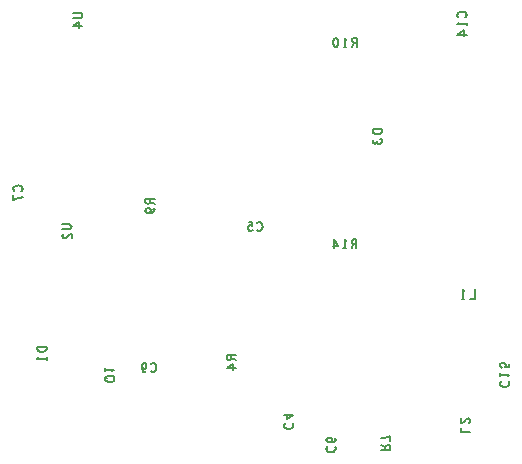
<source format=gbo>
G04 ================== begin FILE IDENTIFICATION RECORD ==================*
G04 Layout Name:  WCSA_SystemSchem_4-Layer.brd*
G04 Film Name:    SSB*
G04 File Format:  Gerber RS274X*
G04 File Origin:  Cadence Allegro -unreleased*
G04 Origin Date:  Wed May  4 17:45:03 2022*
G04 *
G04 Layer:  REF DES/SILKSCREEN_BOTTOM*
G04 Layer:  MANUFACTURING/AUTOSILK_BOTTOM*
G04 *
G04 Offset:    (0.00 0.00)*
G04 Mirror:    No*
G04 Mode:      Positive*
G04 Rotation:  0*
G04 FullContactRelief:  No*
G04 UndefLineWidth:     0.00*
G04 ================== end FILE IDENTIFICATION RECORD ====================*
%FSLAX25Y25*MOIN*%
%IR0*IPPOS*OFA0.00000B0.00000*MIA0B0*SFA1.00000B1.00000*%
%ADD10C,.005*%
G75*
%LPD*%
G75*
G54D10*
G01X-61300Y-56607D02*
X-64400D01*
Y-57373D01*
X-64245Y-57680D01*
X-64038Y-57910D01*
X-63728Y-58102D01*
X-63367Y-58255D01*
X-62850Y-58293D01*
X-62333Y-58255D01*
X-61972Y-58102D01*
X-61662Y-57910D01*
X-61455Y-57680D01*
X-61300Y-57373D01*
Y-56607D01*
G01Y-60550D02*
X-64400D01*
X-63780Y-60090D01*
G01X-61300D02*
Y-61010D01*
G01X-72142Y-4593D02*
X-72297Y-4363D01*
X-72400Y-4095D01*
Y-3788D01*
X-72245Y-3443D01*
X-71987Y-3175D01*
X-71677Y-2983D01*
X-71160Y-2830D01*
X-70695Y-2792D01*
X-70230Y-2868D01*
X-69920Y-2983D01*
X-69610Y-3213D01*
X-69403Y-3482D01*
X-69300Y-3750D01*
Y-4018D01*
X-69403Y-4287D01*
X-69558Y-4517D01*
X-69765Y-4708D01*
G01X-69300Y-6773D02*
X-69972Y-6850D01*
X-70540Y-6965D01*
X-71057Y-7118D01*
X-71625Y-7310D01*
X-72400Y-7617D01*
Y-6083D01*
G01X-41800Y-67250D02*
X-41748Y-67557D01*
X-41542Y-67825D01*
X-41232Y-68055D01*
X-40870Y-68208D01*
X-40457Y-68285D01*
X-40043D01*
X-39630Y-68208D01*
X-39268Y-68055D01*
X-38958Y-67825D01*
X-38752Y-67557D01*
X-38700Y-67250D01*
X-38752Y-66943D01*
X-38958Y-66675D01*
X-39268Y-66445D01*
X-39630Y-66292D01*
X-40043Y-66215D01*
X-40457D01*
X-40870Y-66292D01*
X-41232Y-66445D01*
X-41542Y-66675D01*
X-41748Y-66943D01*
X-41800Y-67250D01*
G01X-40973Y-66943D02*
X-41800Y-66483D01*
G01Y-64150D02*
X-38700D01*
X-39320Y-64610D01*
G01X-41800D02*
Y-63690D01*
G01X-56000Y-15707D02*
X-53778D01*
X-53313Y-15860D01*
X-53003Y-16167D01*
X-52900Y-16550D01*
X-53003Y-16933D01*
X-53313Y-17240D01*
X-53778Y-17393D01*
X-56000D01*
G01X-55483Y-18922D02*
X-55793Y-19152D01*
X-55948Y-19420D01*
X-56000Y-19727D01*
X-55897Y-20110D01*
X-55638Y-20378D01*
X-55328Y-20455D01*
X-55018Y-20417D01*
X-54760Y-20263D01*
X-54243Y-19497D01*
X-53882Y-19152D01*
X-53365Y-18922D01*
X-52900Y-18845D01*
Y-20455D01*
G01X-52600Y54693D02*
X-50378D01*
X-49913Y54540D01*
X-49603Y54233D01*
X-49500Y53850D01*
X-49603Y53467D01*
X-49913Y53160D01*
X-50378Y53007D01*
X-52600D01*
G01X-49500Y50290D02*
X-52600D01*
X-50378Y51708D01*
Y49792D01*
G01X-26493Y-62158D02*
X-26263Y-62003D01*
X-25995Y-61900D01*
X-25688D01*
X-25343Y-62055D01*
X-25075Y-62313D01*
X-24883Y-62623D01*
X-24730Y-63140D01*
X-24692Y-63605D01*
X-24768Y-64070D01*
X-24883Y-64380D01*
X-25113Y-64690D01*
X-25382Y-64897D01*
X-25650Y-65000D01*
X-25918D01*
X-26187Y-64897D01*
X-26417Y-64742D01*
X-26608Y-64535D01*
G01X-28098Y-64638D02*
X-28367Y-64897D01*
X-28673Y-65000D01*
X-28980Y-64897D01*
X-29248Y-64587D01*
X-29440Y-64122D01*
X-29517Y-63657D01*
Y-63088D01*
X-29440Y-62623D01*
X-29248Y-62210D01*
X-29018Y-62003D01*
X-28750Y-61900D01*
X-28443Y-62003D01*
X-28213Y-62210D01*
X-28060Y-62520D01*
X-27983Y-62933D01*
X-28060Y-63295D01*
X-28252Y-63657D01*
X-28482Y-63863D01*
X-28750Y-63915D01*
X-29057Y-63812D01*
X-29287Y-63553D01*
X-29517Y-63088D01*
G01X-25300Y-7283D02*
X-28400D01*
Y-8242D01*
X-28245Y-8548D01*
X-28038Y-8740D01*
X-27625Y-8817D01*
X-27212Y-8740D01*
X-26953Y-8510D01*
X-26798Y-8242D01*
Y-7283D01*
G01Y-8242D02*
X-25300Y-8817D01*
G01X-25662Y-10498D02*
X-25403Y-10767D01*
X-25300Y-11073D01*
X-25403Y-11380D01*
X-25713Y-11648D01*
X-26178Y-11840D01*
X-26643Y-11917D01*
X-27212D01*
X-27677Y-11840D01*
X-28090Y-11648D01*
X-28297Y-11418D01*
X-28400Y-11150D01*
X-28297Y-10843D01*
X-28090Y-10613D01*
X-27780Y-10460D01*
X-27367Y-10383D01*
X-27005Y-10460D01*
X-26643Y-10652D01*
X-26437Y-10882D01*
X-26385Y-11150D01*
X-26488Y-11457D01*
X-26747Y-11687D01*
X-27212Y-11917D01*
G01X20763Y-82101D02*
X20918Y-82331D01*
X21021Y-82599D01*
Y-82906D01*
X20866Y-83251D01*
X20608Y-83519D01*
X20298Y-83711D01*
X19781Y-83864D01*
X19316Y-83902D01*
X18851Y-83826D01*
X18541Y-83711D01*
X18231Y-83481D01*
X18024Y-83212D01*
X17921Y-82944D01*
Y-82676D01*
X18024Y-82407D01*
X18179Y-82177D01*
X18386Y-81986D01*
G01X17921Y-79384D02*
X21021D01*
X18799Y-80802D01*
Y-78886D01*
G01X1800Y-59383D02*
X-1300D01*
Y-60342D01*
X-1145Y-60648D01*
X-938Y-60840D01*
X-525Y-60917D01*
X-112Y-60840D01*
X147Y-60610D01*
X302Y-60342D01*
Y-59383D01*
G01Y-60342D02*
X1800Y-60917D01*
G01Y-63710D02*
X-1300D01*
X922Y-62292D01*
Y-64208D01*
G01X8907Y-15158D02*
X9137Y-15003D01*
X9405Y-14900D01*
X9712D01*
X10057Y-15055D01*
X10325Y-15313D01*
X10517Y-15623D01*
X10670Y-16140D01*
X10708Y-16605D01*
X10632Y-17070D01*
X10517Y-17380D01*
X10287Y-17690D01*
X10018Y-17897D01*
X9750Y-18000D01*
X9482D01*
X9213Y-17897D01*
X8983Y-17742D01*
X8792Y-17535D01*
G01X7493D02*
X7263Y-17793D01*
X6995Y-17948D01*
X6650Y-18000D01*
X6305Y-17897D01*
X6037Y-17690D01*
X5845Y-17328D01*
X5807Y-16915D01*
X5883Y-16502D01*
X6075Y-16243D01*
X6343Y-16037D01*
X6612Y-15985D01*
X6880Y-16037D01*
X7225Y-16243D01*
X7110Y-14900D01*
X6075D01*
G01X34842Y-89907D02*
X34997Y-90137D01*
X35100Y-90405D01*
Y-90712D01*
X34945Y-91057D01*
X34687Y-91325D01*
X34377Y-91517D01*
X33860Y-91670D01*
X33395Y-91708D01*
X32930Y-91632D01*
X32620Y-91517D01*
X32310Y-91287D01*
X32103Y-91018D01*
X32000Y-90750D01*
Y-90482D01*
X32103Y-90213D01*
X32258Y-89983D01*
X32465Y-89792D01*
G01X33292Y-88378D02*
X33653Y-88110D01*
X33860Y-87880D01*
X33963Y-87573D01*
X33860Y-87305D01*
X33653Y-87113D01*
X33343Y-86960D01*
X32982Y-86922D01*
X32672Y-86960D01*
X32362Y-87113D01*
X32103Y-87343D01*
X32000Y-87612D01*
X32103Y-87918D01*
X32413Y-88187D01*
X32878Y-88340D01*
X33395Y-88378D01*
X34067Y-88302D01*
X34428Y-88187D01*
X34790Y-87995D01*
X35048Y-87727D01*
X35100Y-87458D01*
X34997Y-87190D01*
X34738Y-86998D01*
G01X41967Y-23800D02*
Y-20700D01*
X41008D01*
X40702Y-20855D01*
X40510Y-21062D01*
X40433Y-21475D01*
X40510Y-21888D01*
X40740Y-22147D01*
X41008Y-22302D01*
X41967D01*
G01X41008D02*
X40433Y-23800D01*
G01X38100D02*
Y-20700D01*
X38560Y-21320D01*
G01Y-23800D02*
X37640D01*
G01X34540D02*
Y-20700D01*
X35958Y-22922D01*
X34042D01*
G01X42067Y43300D02*
Y46400D01*
X41108D01*
X40802Y46245D01*
X40610Y46038D01*
X40533Y45625D01*
X40610Y45212D01*
X40840Y44953D01*
X41108Y44798D01*
X42067D01*
G01X41108D02*
X40533Y43300D01*
G01X38200D02*
Y46400D01*
X38660Y45780D01*
G01Y43300D02*
X37740D01*
G01X35100Y46400D02*
X35407Y46297D01*
X35637Y46038D01*
X35790Y45728D01*
X35905Y45315D01*
X35943Y44850D01*
X35905Y44385D01*
X35790Y43972D01*
X35637Y43662D01*
X35407Y43403D01*
X35100Y43300D01*
X34793Y43403D01*
X34563Y43662D01*
X34410Y43972D01*
X34295Y44385D01*
X34257Y44850D01*
X34295Y45315D01*
X34410Y45728D01*
X34563Y46038D01*
X34793Y46297D01*
X35100Y46400D01*
G01X50200Y-90917D02*
X53300D01*
Y-89958D01*
X53145Y-89652D01*
X52938Y-89460D01*
X52525Y-89383D01*
X52112Y-89460D01*
X51853Y-89690D01*
X51698Y-89958D01*
Y-90917D01*
G01Y-89958D02*
X50200Y-89383D01*
G01Y-87127D02*
X50872Y-87050D01*
X51440Y-86935D01*
X51957Y-86782D01*
X52525Y-86590D01*
X53300Y-86283D01*
Y-87817D01*
G01X50500Y15893D02*
X47400D01*
Y15127D01*
X47555Y14820D01*
X47762Y14590D01*
X48072Y14398D01*
X48433Y14245D01*
X48950Y14207D01*
X49467Y14245D01*
X49828Y14398D01*
X50138Y14590D01*
X50345Y14820D01*
X50500Y15127D01*
Y15893D01*
G01X49880Y12793D02*
X50242Y12563D01*
X50448Y12257D01*
X50500Y11912D01*
X50448Y11605D01*
X50190Y11298D01*
X49880Y11107D01*
X49570Y11068D01*
X49208Y11145D01*
X48950Y11413D01*
X48847Y11682D01*
Y12027D01*
G01Y11682D02*
X48692Y11452D01*
X48433Y11260D01*
X48123Y11183D01*
X47813Y11260D01*
X47555Y11452D01*
X47400Y11797D01*
X47452Y12142D01*
X47658Y12487D01*
G01X79900Y-85117D02*
X76800D01*
Y-83583D01*
G01X79383Y-81978D02*
X79693Y-81748D01*
X79848Y-81480D01*
X79900Y-81173D01*
X79797Y-80790D01*
X79538Y-80522D01*
X79228Y-80445D01*
X78918Y-80483D01*
X78660Y-80637D01*
X78143Y-81403D01*
X77782Y-81748D01*
X77265Y-81978D01*
X76800Y-82055D01*
Y-80445D01*
G01X92763Y-68101D02*
X92918Y-68331D01*
X93021Y-68599D01*
Y-68906D01*
X92866Y-69251D01*
X92608Y-69519D01*
X92298Y-69711D01*
X91781Y-69864D01*
X91316Y-69902D01*
X90851Y-69826D01*
X90541Y-69711D01*
X90231Y-69481D01*
X90024Y-69212D01*
X89921Y-68944D01*
Y-68676D01*
X90024Y-68407D01*
X90179Y-68177D01*
X90386Y-67986D01*
G01X89921Y-65844D02*
X93021D01*
X92401Y-66304D01*
G01X89921D02*
Y-65384D01*
G01X90386Y-63587D02*
X90128Y-63357D01*
X89973Y-63089D01*
X89921Y-62744D01*
X90024Y-62399D01*
X90231Y-62131D01*
X90593Y-61939D01*
X91006Y-61901D01*
X91419Y-61977D01*
X91678Y-62169D01*
X91884Y-62437D01*
X91936Y-62706D01*
X91884Y-62974D01*
X91678Y-63319D01*
X93021Y-63204D01*
Y-62169D01*
G01X81417Y-37400D02*
Y-40500D01*
X79883D01*
G01X77550D02*
Y-37400D01*
X78010Y-38020D01*
G01Y-40500D02*
X77090D01*
G01X75858Y53307D02*
X75703Y53537D01*
X75600Y53805D01*
Y54112D01*
X75755Y54457D01*
X76013Y54725D01*
X76323Y54917D01*
X76840Y55070D01*
X77305Y55108D01*
X77770Y55032D01*
X78080Y54917D01*
X78390Y54687D01*
X78597Y54418D01*
X78700Y54150D01*
Y53882D01*
X78597Y53613D01*
X78442Y53383D01*
X78235Y53192D01*
G01X78700Y51050D02*
X75600D01*
X76220Y51510D01*
G01X78700D02*
Y50590D01*
G01Y47490D02*
X75600D01*
X77822Y48908D01*
Y46992D01*
M02*

</source>
